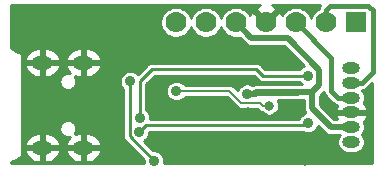
<source format=gbr>
G04 #@! TF.GenerationSoftware,KiCad,Pcbnew,5.1.5-52549c5~84~ubuntu19.10.1*
G04 #@! TF.CreationDate,2020-03-27T11:31:54+02:00*
G04 #@! TF.ProjectId,ESP-PROG_Rev.C,4553502d-5052-44f4-975f-5265762e432e,rev?*
G04 #@! TF.SameCoordinates,Original*
G04 #@! TF.FileFunction,Copper,L2,Bot*
G04 #@! TF.FilePolarity,Positive*
%FSLAX46Y46*%
G04 Gerber Fmt 4.6, Leading zero omitted, Abs format (unit mm)*
G04 Created by KiCad (PCBNEW 5.1.5-52549c5~84~ubuntu19.10.1) date 2020-03-27 11:31:54*
%MOMM*%
%LPD*%
G04 APERTURE LIST*
%ADD10C,1.778000*%
%ADD11R,1.778000X1.778000*%
%ADD12O,1.800000X1.200000*%
%ADD13O,1.500000X1.000000*%
%ADD14C,0.800000*%
%ADD15C,0.900000*%
%ADD16C,0.203200*%
%ADD17C,0.508000*%
%ADD18C,0.381000*%
%ADD19C,0.254000*%
G04 APERTURE END LIST*
D10*
X128550000Y-93000000D03*
X131090000Y-93000000D03*
X133630000Y-93000000D03*
D11*
X143790000Y-93000000D03*
D10*
X141250000Y-93000000D03*
X138710000Y-93000000D03*
X136170000Y-93000000D03*
D12*
X117250000Y-96400000D03*
X120720000Y-96400000D03*
X120720000Y-103600000D03*
X117250000Y-103600000D03*
D13*
X143400000Y-103125000D03*
X143400000Y-101875000D03*
X143400000Y-100625000D03*
X143400000Y-99375000D03*
X143400000Y-98125000D03*
X143400000Y-96875000D03*
D14*
X135750000Y-102850000D03*
D15*
X126500000Y-99200000D03*
X123300000Y-98600000D03*
X142300000Y-104000000D03*
X123300000Y-101300000D03*
X128900000Y-100800000D03*
X130580000Y-100910000D03*
D14*
X134660000Y-100580000D03*
D15*
X130750000Y-103600000D03*
D14*
X139450000Y-104700000D03*
X136450000Y-100050000D03*
D15*
X128600000Y-98800000D03*
X126700000Y-104700000D03*
X124700000Y-98000000D03*
X134600000Y-99045200D03*
X139754800Y-101500000D03*
X125400000Y-102300000D03*
X125500000Y-101100000D03*
X139700000Y-97500000D03*
D16*
X136450000Y-100050000D02*
X135884315Y-100050000D01*
X135884315Y-100050000D02*
X135644315Y-99810000D01*
X133080000Y-98800000D02*
X134090000Y-99810000D01*
X128600000Y-98800000D02*
X133080000Y-98800000D01*
X135644315Y-99810000D02*
X134090000Y-99810000D01*
D17*
X134950801Y-94320801D02*
X138020801Y-94320801D01*
X138020801Y-94320801D02*
X140700000Y-97000000D01*
X140700000Y-97000000D02*
X140700000Y-98300000D01*
X133630000Y-93000000D02*
X134950801Y-94320801D01*
X140700000Y-98300000D02*
X140081801Y-98918199D01*
X141675000Y-101875000D02*
X143400000Y-101875000D01*
X140081801Y-98918199D02*
X140081801Y-100281801D01*
X140081801Y-100281801D02*
X141675000Y-101875000D01*
X140081801Y-98918199D02*
X135363397Y-98918199D01*
X135363397Y-98918199D02*
X135236396Y-99045200D01*
X135236396Y-99045200D02*
X134600000Y-99045200D01*
D18*
X135236396Y-99045200D02*
X135299897Y-98981699D01*
X135299897Y-98981699D02*
X138781699Y-98981699D01*
D19*
X126700000Y-104700000D02*
X124645199Y-102645199D01*
X124645199Y-98054801D02*
X124700000Y-98000000D01*
X124645199Y-102645199D02*
X124645199Y-98054801D01*
D18*
X142269000Y-99375000D02*
X141700000Y-98806000D01*
X143400000Y-99375000D02*
X142269000Y-99375000D01*
X141700000Y-98806000D02*
X141700000Y-96000000D01*
X141700000Y-96000000D02*
X141710000Y-96000000D01*
X141710000Y-96000000D02*
X138710000Y-93000000D01*
X145200000Y-91969058D02*
X145200000Y-97200000D01*
X144830942Y-91600000D02*
X145200000Y-91969058D01*
X141600000Y-91600000D02*
X144830942Y-91600000D01*
X141250000Y-93000000D02*
X141250000Y-91950000D01*
X141250000Y-91950000D02*
X141600000Y-91600000D01*
X145200000Y-97200000D02*
X144275000Y-98125000D01*
X144275000Y-98125000D02*
X143400000Y-98125000D01*
D19*
X139554800Y-101700000D02*
X126000000Y-101700000D01*
X139754800Y-101500000D02*
X139554800Y-101700000D01*
X126000000Y-101700000D02*
X125400000Y-102300000D01*
X135900000Y-97500000D02*
X139700000Y-97500000D01*
X135354745Y-96954745D02*
X135900000Y-97500000D01*
X126528149Y-96954745D02*
X135354745Y-96954745D01*
X125500000Y-101100000D02*
X125500000Y-97982894D01*
X125500000Y-97982894D02*
X126528149Y-96954745D01*
G36*
X145191200Y-104941200D02*
G01*
X127551098Y-104941200D01*
X127581800Y-104786850D01*
X127581800Y-104613150D01*
X127547913Y-104442788D01*
X127481441Y-104282311D01*
X127384939Y-104137885D01*
X127262115Y-104015061D01*
X127117689Y-103918559D01*
X126957212Y-103852087D01*
X126786850Y-103818200D01*
X126613150Y-103818200D01*
X126609240Y-103818978D01*
X125850068Y-103059806D01*
X125962115Y-102984939D01*
X126084939Y-102862115D01*
X126181441Y-102717689D01*
X126247913Y-102557212D01*
X126281800Y-102386850D01*
X126281800Y-102258800D01*
X139303226Y-102258800D01*
X139337111Y-102281441D01*
X139497588Y-102347913D01*
X139667950Y-102381800D01*
X139841650Y-102381800D01*
X140012012Y-102347913D01*
X140172489Y-102281441D01*
X140316915Y-102184939D01*
X140439739Y-102062115D01*
X140536241Y-101917689D01*
X140598212Y-101768079D01*
X141166242Y-102336109D01*
X141187720Y-102362280D01*
X141292147Y-102447981D01*
X141411286Y-102511662D01*
X141540560Y-102550877D01*
X141641311Y-102560800D01*
X141641314Y-102560800D01*
X141675000Y-102564118D01*
X141708686Y-102560800D01*
X142407610Y-102560800D01*
X142371488Y-102604815D01*
X142284964Y-102766690D01*
X142231683Y-102942335D01*
X142213692Y-103125000D01*
X142231683Y-103307665D01*
X142284964Y-103483310D01*
X142371488Y-103645185D01*
X142487930Y-103787070D01*
X142629815Y-103903512D01*
X142791690Y-103990036D01*
X142967335Y-104043317D01*
X143104230Y-104056800D01*
X143695770Y-104056800D01*
X143832665Y-104043317D01*
X144008310Y-103990036D01*
X144170185Y-103903512D01*
X144312070Y-103787070D01*
X144428512Y-103645185D01*
X144515036Y-103483310D01*
X144568317Y-103307665D01*
X144586308Y-103125000D01*
X144568317Y-102942335D01*
X144515036Y-102766690D01*
X144428512Y-102604815D01*
X144342493Y-102500000D01*
X144428512Y-102395185D01*
X144515036Y-102233310D01*
X144568317Y-102057665D01*
X144586308Y-101875000D01*
X144568317Y-101692335D01*
X144515036Y-101516690D01*
X144467054Y-101426923D01*
X144501483Y-101395675D01*
X144635473Y-101214751D01*
X144731592Y-101011163D01*
X144744119Y-100926874D01*
X144617954Y-100752000D01*
X143527000Y-100752000D01*
X143527000Y-100772000D01*
X143273000Y-100772000D01*
X143273000Y-100752000D01*
X142182046Y-100752000D01*
X142055881Y-100926874D01*
X142068408Y-101011163D01*
X142152464Y-101189200D01*
X141959067Y-101189200D01*
X140767601Y-99997734D01*
X140767601Y-99202266D01*
X141082685Y-98887183D01*
X141086704Y-98927991D01*
X141122288Y-99045295D01*
X141128438Y-99056800D01*
X141180073Y-99153404D01*
X141184377Y-99158648D01*
X141257838Y-99248162D01*
X141281593Y-99267657D01*
X141807347Y-99793412D01*
X141826838Y-99817162D01*
X141860624Y-99844889D01*
X141921595Y-99894927D01*
X141981600Y-99927000D01*
X142029704Y-99952712D01*
X142147008Y-99988296D01*
X142195745Y-99993096D01*
X142164527Y-100035249D01*
X142068408Y-100238837D01*
X142055881Y-100323126D01*
X142182046Y-100498000D01*
X143273000Y-100498000D01*
X143273000Y-100478000D01*
X143527000Y-100478000D01*
X143527000Y-100498000D01*
X144617954Y-100498000D01*
X144744119Y-100323126D01*
X144731592Y-100238837D01*
X144635473Y-100035249D01*
X144501483Y-99854325D01*
X144467054Y-99823077D01*
X144515036Y-99733310D01*
X144568317Y-99557665D01*
X144586308Y-99375000D01*
X144568317Y-99192335D01*
X144515036Y-99016690D01*
X144428512Y-98854815D01*
X144342493Y-98750000D01*
X144348150Y-98743106D01*
X144396992Y-98738296D01*
X144514296Y-98702712D01*
X144622404Y-98644927D01*
X144717162Y-98567162D01*
X144736657Y-98543407D01*
X145191201Y-98088864D01*
X145191200Y-104941200D01*
G37*
X145191200Y-104941200D02*
X127551098Y-104941200D01*
X127581800Y-104786850D01*
X127581800Y-104613150D01*
X127547913Y-104442788D01*
X127481441Y-104282311D01*
X127384939Y-104137885D01*
X127262115Y-104015061D01*
X127117689Y-103918559D01*
X126957212Y-103852087D01*
X126786850Y-103818200D01*
X126613150Y-103818200D01*
X126609240Y-103818978D01*
X125850068Y-103059806D01*
X125962115Y-102984939D01*
X126084939Y-102862115D01*
X126181441Y-102717689D01*
X126247913Y-102557212D01*
X126281800Y-102386850D01*
X126281800Y-102258800D01*
X139303226Y-102258800D01*
X139337111Y-102281441D01*
X139497588Y-102347913D01*
X139667950Y-102381800D01*
X139841650Y-102381800D01*
X140012012Y-102347913D01*
X140172489Y-102281441D01*
X140316915Y-102184939D01*
X140439739Y-102062115D01*
X140536241Y-101917689D01*
X140598212Y-101768079D01*
X141166242Y-102336109D01*
X141187720Y-102362280D01*
X141292147Y-102447981D01*
X141411286Y-102511662D01*
X141540560Y-102550877D01*
X141641311Y-102560800D01*
X141641314Y-102560800D01*
X141675000Y-102564118D01*
X141708686Y-102560800D01*
X142407610Y-102560800D01*
X142371488Y-102604815D01*
X142284964Y-102766690D01*
X142231683Y-102942335D01*
X142213692Y-103125000D01*
X142231683Y-103307665D01*
X142284964Y-103483310D01*
X142371488Y-103645185D01*
X142487930Y-103787070D01*
X142629815Y-103903512D01*
X142791690Y-103990036D01*
X142967335Y-104043317D01*
X143104230Y-104056800D01*
X143695770Y-104056800D01*
X143832665Y-104043317D01*
X144008310Y-103990036D01*
X144170185Y-103903512D01*
X144312070Y-103787070D01*
X144428512Y-103645185D01*
X144515036Y-103483310D01*
X144568317Y-103307665D01*
X144586308Y-103125000D01*
X144568317Y-102942335D01*
X144515036Y-102766690D01*
X144428512Y-102604815D01*
X144342493Y-102500000D01*
X144428512Y-102395185D01*
X144515036Y-102233310D01*
X144568317Y-102057665D01*
X144586308Y-101875000D01*
X144568317Y-101692335D01*
X144515036Y-101516690D01*
X144467054Y-101426923D01*
X144501483Y-101395675D01*
X144635473Y-101214751D01*
X144731592Y-101011163D01*
X144744119Y-100926874D01*
X144617954Y-100752000D01*
X143527000Y-100752000D01*
X143527000Y-100772000D01*
X143273000Y-100772000D01*
X143273000Y-100752000D01*
X142182046Y-100752000D01*
X142055881Y-100926874D01*
X142068408Y-101011163D01*
X142152464Y-101189200D01*
X141959067Y-101189200D01*
X140767601Y-99997734D01*
X140767601Y-99202266D01*
X141082685Y-98887183D01*
X141086704Y-98927991D01*
X141122288Y-99045295D01*
X141128438Y-99056800D01*
X141180073Y-99153404D01*
X141184377Y-99158648D01*
X141257838Y-99248162D01*
X141281593Y-99267657D01*
X141807347Y-99793412D01*
X141826838Y-99817162D01*
X141860624Y-99844889D01*
X141921595Y-99894927D01*
X141981600Y-99927000D01*
X142029704Y-99952712D01*
X142147008Y-99988296D01*
X142195745Y-99993096D01*
X142164527Y-100035249D01*
X142068408Y-100238837D01*
X142055881Y-100323126D01*
X142182046Y-100498000D01*
X143273000Y-100498000D01*
X143273000Y-100478000D01*
X143527000Y-100478000D01*
X143527000Y-100498000D01*
X144617954Y-100498000D01*
X144744119Y-100323126D01*
X144731592Y-100238837D01*
X144635473Y-100035249D01*
X144501483Y-99854325D01*
X144467054Y-99823077D01*
X144515036Y-99733310D01*
X144568317Y-99557665D01*
X144586308Y-99375000D01*
X144568317Y-99192335D01*
X144515036Y-99016690D01*
X144428512Y-98854815D01*
X144342493Y-98750000D01*
X144348150Y-98743106D01*
X144396992Y-98738296D01*
X144514296Y-98702712D01*
X144622404Y-98644927D01*
X144717162Y-98567162D01*
X144736657Y-98543407D01*
X145191201Y-98088864D01*
X145191200Y-104941200D01*
G36*
X135522641Y-91612184D02*
G01*
X135375727Y-91690711D01*
X135293374Y-91943769D01*
X136170000Y-92820395D01*
X137046626Y-91943769D01*
X136964273Y-91690711D01*
X136693582Y-91560914D01*
X136685329Y-91558800D01*
X140766016Y-91558800D01*
X140730073Y-91602596D01*
X140672289Y-91710704D01*
X140637953Y-91823894D01*
X140624366Y-91829522D01*
X140408039Y-91974067D01*
X140224067Y-92158039D01*
X140079522Y-92374366D01*
X139980000Y-92614633D01*
X139880478Y-92374366D01*
X139735933Y-92158039D01*
X139551961Y-91974067D01*
X139335634Y-91829522D01*
X139095263Y-91729957D01*
X138840087Y-91679200D01*
X138579913Y-91679200D01*
X138324737Y-91729957D01*
X138084366Y-91829522D01*
X137868039Y-91974067D01*
X137684067Y-92158039D01*
X137556137Y-92349500D01*
X137479289Y-92205727D01*
X137226231Y-92123374D01*
X136349605Y-93000000D01*
X136363748Y-93014143D01*
X136184143Y-93193748D01*
X136170000Y-93179605D01*
X136155858Y-93193748D01*
X135976253Y-93014143D01*
X135990395Y-93000000D01*
X135113769Y-92123374D01*
X134860711Y-92205727D01*
X134788467Y-92356391D01*
X134655933Y-92158039D01*
X134471961Y-91974067D01*
X134255634Y-91829522D01*
X134015263Y-91729957D01*
X133760087Y-91679200D01*
X133499913Y-91679200D01*
X133244737Y-91729957D01*
X133004366Y-91829522D01*
X132788039Y-91974067D01*
X132604067Y-92158039D01*
X132459522Y-92374366D01*
X132360000Y-92614633D01*
X132260478Y-92374366D01*
X132115933Y-92158039D01*
X131931961Y-91974067D01*
X131715634Y-91829522D01*
X131475263Y-91729957D01*
X131220087Y-91679200D01*
X130959913Y-91679200D01*
X130704737Y-91729957D01*
X130464366Y-91829522D01*
X130248039Y-91974067D01*
X130064067Y-92158039D01*
X129919522Y-92374366D01*
X129820000Y-92614633D01*
X129720478Y-92374366D01*
X129575933Y-92158039D01*
X129391961Y-91974067D01*
X129175634Y-91829522D01*
X128935263Y-91729957D01*
X128680087Y-91679200D01*
X128419913Y-91679200D01*
X128164737Y-91729957D01*
X127924366Y-91829522D01*
X127708039Y-91974067D01*
X127524067Y-92158039D01*
X127379522Y-92374366D01*
X127279957Y-92614737D01*
X127229200Y-92869913D01*
X127229200Y-93130087D01*
X127279957Y-93385263D01*
X127379522Y-93625634D01*
X127524067Y-93841961D01*
X127708039Y-94025933D01*
X127924366Y-94170478D01*
X128164737Y-94270043D01*
X128419913Y-94320800D01*
X128680087Y-94320800D01*
X128935263Y-94270043D01*
X129175634Y-94170478D01*
X129391961Y-94025933D01*
X129575933Y-93841961D01*
X129720478Y-93625634D01*
X129820000Y-93385367D01*
X129919522Y-93625634D01*
X130064067Y-93841961D01*
X130248039Y-94025933D01*
X130464366Y-94170478D01*
X130704737Y-94270043D01*
X130959913Y-94320800D01*
X131220087Y-94320800D01*
X131475263Y-94270043D01*
X131715634Y-94170478D01*
X131931961Y-94025933D01*
X132115933Y-93841961D01*
X132260478Y-93625634D01*
X132360000Y-93385367D01*
X132459522Y-93625634D01*
X132604067Y-93841961D01*
X132788039Y-94025933D01*
X133004366Y-94170478D01*
X133244737Y-94270043D01*
X133499913Y-94320800D01*
X133760087Y-94320800D01*
X133944293Y-94284160D01*
X134442043Y-94781910D01*
X134463521Y-94808081D01*
X134567948Y-94893782D01*
X134687087Y-94957463D01*
X134816361Y-94996678D01*
X134917112Y-95006601D01*
X134917115Y-95006601D01*
X134950801Y-95009919D01*
X134984487Y-95006601D01*
X137736734Y-95006601D01*
X139399960Y-96669827D01*
X139282311Y-96718559D01*
X139137885Y-96815061D01*
X139015061Y-96937885D01*
X139012846Y-96941200D01*
X136131463Y-96941200D01*
X135769288Y-96579025D01*
X135751788Y-96557702D01*
X135666699Y-96487872D01*
X135569623Y-96435984D01*
X135464289Y-96404031D01*
X135382189Y-96395945D01*
X135382187Y-96395945D01*
X135354745Y-96393242D01*
X135327303Y-96395945D01*
X126555590Y-96395945D01*
X126528148Y-96393242D01*
X126500706Y-96395945D01*
X126500705Y-96395945D01*
X126418605Y-96404031D01*
X126313271Y-96435984D01*
X126216195Y-96487872D01*
X126131106Y-96557702D01*
X126113606Y-96579026D01*
X125319843Y-97372789D01*
X125262115Y-97315061D01*
X125117689Y-97218559D01*
X124957212Y-97152087D01*
X124786850Y-97118200D01*
X124613150Y-97118200D01*
X124442788Y-97152087D01*
X124282311Y-97218559D01*
X124137885Y-97315061D01*
X124015061Y-97437885D01*
X123918559Y-97582311D01*
X123852087Y-97742788D01*
X123818200Y-97913150D01*
X123818200Y-98086850D01*
X123852087Y-98257212D01*
X123918559Y-98417689D01*
X124015061Y-98562115D01*
X124086400Y-98633454D01*
X124086399Y-102617757D01*
X124083696Y-102645199D01*
X124086399Y-102672641D01*
X124086399Y-102672642D01*
X124094485Y-102754742D01*
X124126438Y-102860076D01*
X124178326Y-102957153D01*
X124248156Y-103042242D01*
X124269480Y-103059742D01*
X125818978Y-104609240D01*
X125818200Y-104613150D01*
X125818200Y-104786850D01*
X125848902Y-104941200D01*
X114558800Y-104941200D01*
X114558800Y-104845357D01*
X115207542Y-104520986D01*
X115214878Y-104518761D01*
X115256679Y-104496418D01*
X115274449Y-104487533D01*
X115280906Y-104483468D01*
X115311954Y-104466873D01*
X115327377Y-104454215D01*
X115344265Y-104443585D01*
X115369825Y-104419380D01*
X115397043Y-104397043D01*
X115409705Y-104381614D01*
X115424189Y-104367898D01*
X115444535Y-104339173D01*
X115466873Y-104311954D01*
X115476279Y-104294356D01*
X115487812Y-104278074D01*
X115502167Y-104245923D01*
X115518761Y-104214878D01*
X115524552Y-104195789D01*
X115532689Y-104177564D01*
X115540495Y-104143231D01*
X115550714Y-104109544D01*
X115552670Y-104089681D01*
X115557093Y-104070229D01*
X115558051Y-104035046D01*
X115558800Y-104027444D01*
X115558800Y-104007558D01*
X115560090Y-103960196D01*
X115558800Y-103952641D01*
X115558800Y-103917609D01*
X115756538Y-103917609D01*
X115760409Y-103955282D01*
X115852579Y-104180533D01*
X115986922Y-104383474D01*
X116158275Y-104556307D01*
X116360054Y-104692390D01*
X116584504Y-104786493D01*
X116823000Y-104835000D01*
X117123000Y-104835000D01*
X117123000Y-103727000D01*
X117377000Y-103727000D01*
X117377000Y-104835000D01*
X117677000Y-104835000D01*
X117915496Y-104786493D01*
X118139946Y-104692390D01*
X118341725Y-104556307D01*
X118513078Y-104383474D01*
X118647421Y-104180533D01*
X118739591Y-103955282D01*
X118743462Y-103917609D01*
X119226538Y-103917609D01*
X119230409Y-103955282D01*
X119322579Y-104180533D01*
X119456922Y-104383474D01*
X119628275Y-104556307D01*
X119830054Y-104692390D01*
X120054504Y-104786493D01*
X120293000Y-104835000D01*
X120593000Y-104835000D01*
X120593000Y-103727000D01*
X120847000Y-103727000D01*
X120847000Y-104835000D01*
X121147000Y-104835000D01*
X121385496Y-104786493D01*
X121609946Y-104692390D01*
X121811725Y-104556307D01*
X121983078Y-104383474D01*
X122117421Y-104180533D01*
X122209591Y-103955282D01*
X122213462Y-103917609D01*
X122088731Y-103727000D01*
X120847000Y-103727000D01*
X120593000Y-103727000D01*
X119351269Y-103727000D01*
X119226538Y-103917609D01*
X118743462Y-103917609D01*
X118618731Y-103727000D01*
X117377000Y-103727000D01*
X117123000Y-103727000D01*
X115881269Y-103727000D01*
X115756538Y-103917609D01*
X115558800Y-103917609D01*
X115558800Y-103282391D01*
X115756538Y-103282391D01*
X115881269Y-103473000D01*
X117123000Y-103473000D01*
X117123000Y-102365000D01*
X117377000Y-102365000D01*
X117377000Y-103473000D01*
X118618731Y-103473000D01*
X118743462Y-103282391D01*
X118739591Y-103244718D01*
X118647421Y-103019467D01*
X118513078Y-102816526D01*
X118341725Y-102643693D01*
X118139946Y-102507610D01*
X117915496Y-102413507D01*
X117677000Y-102365000D01*
X117377000Y-102365000D01*
X117123000Y-102365000D01*
X116823000Y-102365000D01*
X116584504Y-102413507D01*
X116360054Y-102507610D01*
X116158275Y-102643693D01*
X115986922Y-102816526D01*
X115852579Y-103019467D01*
X115760409Y-103244718D01*
X115756538Y-103282391D01*
X115558800Y-103282391D01*
X115558800Y-101927924D01*
X118668200Y-101927924D01*
X118668200Y-102072076D01*
X118696323Y-102213458D01*
X118751487Y-102346637D01*
X118831574Y-102466495D01*
X118933505Y-102568426D01*
X119053363Y-102648513D01*
X119186542Y-102703677D01*
X119327924Y-102731800D01*
X119472076Y-102731800D01*
X119557835Y-102714741D01*
X119456922Y-102816526D01*
X119322579Y-103019467D01*
X119230409Y-103244718D01*
X119226538Y-103282391D01*
X119351269Y-103473000D01*
X120593000Y-103473000D01*
X120593000Y-102365000D01*
X120847000Y-102365000D01*
X120847000Y-103473000D01*
X122088731Y-103473000D01*
X122213462Y-103282391D01*
X122209591Y-103244718D01*
X122117421Y-103019467D01*
X121983078Y-102816526D01*
X121811725Y-102643693D01*
X121609946Y-102507610D01*
X121385496Y-102413507D01*
X121147000Y-102365000D01*
X120847000Y-102365000D01*
X120593000Y-102365000D01*
X120293000Y-102365000D01*
X120054504Y-102413507D01*
X119984112Y-102443020D01*
X120048513Y-102346637D01*
X120103677Y-102213458D01*
X120131800Y-102072076D01*
X120131800Y-101927924D01*
X120103677Y-101786542D01*
X120048513Y-101653363D01*
X119968426Y-101533505D01*
X119866495Y-101431574D01*
X119746637Y-101351487D01*
X119613458Y-101296323D01*
X119472076Y-101268200D01*
X119327924Y-101268200D01*
X119186542Y-101296323D01*
X119053363Y-101351487D01*
X118933505Y-101431574D01*
X118831574Y-101533505D01*
X118751487Y-101653363D01*
X118696323Y-101786542D01*
X118668200Y-101927924D01*
X115558800Y-101927924D01*
X115558800Y-97927924D01*
X118668200Y-97927924D01*
X118668200Y-98072076D01*
X118696323Y-98213458D01*
X118751487Y-98346637D01*
X118831574Y-98466495D01*
X118933505Y-98568426D01*
X119053363Y-98648513D01*
X119186542Y-98703677D01*
X119327924Y-98731800D01*
X119472076Y-98731800D01*
X119613458Y-98703677D01*
X119746637Y-98648513D01*
X119866495Y-98568426D01*
X119968426Y-98466495D01*
X120048513Y-98346637D01*
X120103677Y-98213458D01*
X120131800Y-98072076D01*
X120131800Y-97927924D01*
X120103677Y-97786542D01*
X120048513Y-97653363D01*
X119984112Y-97556980D01*
X120054504Y-97586493D01*
X120293000Y-97635000D01*
X120593000Y-97635000D01*
X120593000Y-96527000D01*
X120847000Y-96527000D01*
X120847000Y-97635000D01*
X121147000Y-97635000D01*
X121385496Y-97586493D01*
X121609946Y-97492390D01*
X121811725Y-97356307D01*
X121983078Y-97183474D01*
X122117421Y-96980533D01*
X122209591Y-96755282D01*
X122213462Y-96717609D01*
X122088731Y-96527000D01*
X120847000Y-96527000D01*
X120593000Y-96527000D01*
X119351269Y-96527000D01*
X119226538Y-96717609D01*
X119230409Y-96755282D01*
X119322579Y-96980533D01*
X119456922Y-97183474D01*
X119557835Y-97285259D01*
X119472076Y-97268200D01*
X119327924Y-97268200D01*
X119186542Y-97296323D01*
X119053363Y-97351487D01*
X118933505Y-97431574D01*
X118831574Y-97533505D01*
X118751487Y-97653363D01*
X118696323Y-97786542D01*
X118668200Y-97927924D01*
X115558800Y-97927924D01*
X115558800Y-96717609D01*
X115756538Y-96717609D01*
X115760409Y-96755282D01*
X115852579Y-96980533D01*
X115986922Y-97183474D01*
X116158275Y-97356307D01*
X116360054Y-97492390D01*
X116584504Y-97586493D01*
X116823000Y-97635000D01*
X117123000Y-97635000D01*
X117123000Y-96527000D01*
X117377000Y-96527000D01*
X117377000Y-97635000D01*
X117677000Y-97635000D01*
X117915496Y-97586493D01*
X118139946Y-97492390D01*
X118341725Y-97356307D01*
X118513078Y-97183474D01*
X118647421Y-96980533D01*
X118739591Y-96755282D01*
X118743462Y-96717609D01*
X118618731Y-96527000D01*
X117377000Y-96527000D01*
X117123000Y-96527000D01*
X115881269Y-96527000D01*
X115756538Y-96717609D01*
X115558800Y-96717609D01*
X115558800Y-96082391D01*
X115756538Y-96082391D01*
X115881269Y-96273000D01*
X117123000Y-96273000D01*
X117123000Y-95165000D01*
X117377000Y-95165000D01*
X117377000Y-96273000D01*
X118618731Y-96273000D01*
X118743462Y-96082391D01*
X119226538Y-96082391D01*
X119351269Y-96273000D01*
X120593000Y-96273000D01*
X120593000Y-95165000D01*
X120847000Y-95165000D01*
X120847000Y-96273000D01*
X122088731Y-96273000D01*
X122213462Y-96082391D01*
X122209591Y-96044718D01*
X122117421Y-95819467D01*
X121983078Y-95616526D01*
X121811725Y-95443693D01*
X121609946Y-95307610D01*
X121385496Y-95213507D01*
X121147000Y-95165000D01*
X120847000Y-95165000D01*
X120593000Y-95165000D01*
X120293000Y-95165000D01*
X120054504Y-95213507D01*
X119830054Y-95307610D01*
X119628275Y-95443693D01*
X119456922Y-95616526D01*
X119322579Y-95819467D01*
X119230409Y-96044718D01*
X119226538Y-96082391D01*
X118743462Y-96082391D01*
X118739591Y-96044718D01*
X118647421Y-95819467D01*
X118513078Y-95616526D01*
X118341725Y-95443693D01*
X118139946Y-95307610D01*
X117915496Y-95213507D01*
X117677000Y-95165000D01*
X117377000Y-95165000D01*
X117123000Y-95165000D01*
X116823000Y-95165000D01*
X116584504Y-95213507D01*
X116360054Y-95307610D01*
X116158275Y-95443693D01*
X115986922Y-95616526D01*
X115852579Y-95819467D01*
X115760409Y-96044718D01*
X115756538Y-96082391D01*
X115558800Y-96082391D01*
X115558800Y-96047359D01*
X115560090Y-96039804D01*
X115558800Y-95992442D01*
X115558800Y-95972556D01*
X115558051Y-95964954D01*
X115557093Y-95929771D01*
X115552670Y-95910319D01*
X115550714Y-95890456D01*
X115540495Y-95856769D01*
X115532689Y-95822436D01*
X115524552Y-95804211D01*
X115518761Y-95785122D01*
X115502167Y-95754077D01*
X115487812Y-95721926D01*
X115476279Y-95705644D01*
X115466873Y-95688046D01*
X115444535Y-95660827D01*
X115424189Y-95632102D01*
X115409705Y-95618386D01*
X115397043Y-95602957D01*
X115369825Y-95580620D01*
X115344265Y-95556415D01*
X115327377Y-95545785D01*
X115311954Y-95533127D01*
X115280908Y-95516533D01*
X115274449Y-95512467D01*
X115256670Y-95503578D01*
X115214877Y-95481239D01*
X115207544Y-95479015D01*
X114558800Y-95154643D01*
X114558800Y-91558800D01*
X135674384Y-91558800D01*
X135522641Y-91612184D01*
G37*
X135522641Y-91612184D02*
X135375727Y-91690711D01*
X135293374Y-91943769D01*
X136170000Y-92820395D01*
X137046626Y-91943769D01*
X136964273Y-91690711D01*
X136693582Y-91560914D01*
X136685329Y-91558800D01*
X140766016Y-91558800D01*
X140730073Y-91602596D01*
X140672289Y-91710704D01*
X140637953Y-91823894D01*
X140624366Y-91829522D01*
X140408039Y-91974067D01*
X140224067Y-92158039D01*
X140079522Y-92374366D01*
X139980000Y-92614633D01*
X139880478Y-92374366D01*
X139735933Y-92158039D01*
X139551961Y-91974067D01*
X139335634Y-91829522D01*
X139095263Y-91729957D01*
X138840087Y-91679200D01*
X138579913Y-91679200D01*
X138324737Y-91729957D01*
X138084366Y-91829522D01*
X137868039Y-91974067D01*
X137684067Y-92158039D01*
X137556137Y-92349500D01*
X137479289Y-92205727D01*
X137226231Y-92123374D01*
X136349605Y-93000000D01*
X136363748Y-93014143D01*
X136184143Y-93193748D01*
X136170000Y-93179605D01*
X136155858Y-93193748D01*
X135976253Y-93014143D01*
X135990395Y-93000000D01*
X135113769Y-92123374D01*
X134860711Y-92205727D01*
X134788467Y-92356391D01*
X134655933Y-92158039D01*
X134471961Y-91974067D01*
X134255634Y-91829522D01*
X134015263Y-91729957D01*
X133760087Y-91679200D01*
X133499913Y-91679200D01*
X133244737Y-91729957D01*
X133004366Y-91829522D01*
X132788039Y-91974067D01*
X132604067Y-92158039D01*
X132459522Y-92374366D01*
X132360000Y-92614633D01*
X132260478Y-92374366D01*
X132115933Y-92158039D01*
X131931961Y-91974067D01*
X131715634Y-91829522D01*
X131475263Y-91729957D01*
X131220087Y-91679200D01*
X130959913Y-91679200D01*
X130704737Y-91729957D01*
X130464366Y-91829522D01*
X130248039Y-91974067D01*
X130064067Y-92158039D01*
X129919522Y-92374366D01*
X129820000Y-92614633D01*
X129720478Y-92374366D01*
X129575933Y-92158039D01*
X129391961Y-91974067D01*
X129175634Y-91829522D01*
X128935263Y-91729957D01*
X128680087Y-91679200D01*
X128419913Y-91679200D01*
X128164737Y-91729957D01*
X127924366Y-91829522D01*
X127708039Y-91974067D01*
X127524067Y-92158039D01*
X127379522Y-92374366D01*
X127279957Y-92614737D01*
X127229200Y-92869913D01*
X127229200Y-93130087D01*
X127279957Y-93385263D01*
X127379522Y-93625634D01*
X127524067Y-93841961D01*
X127708039Y-94025933D01*
X127924366Y-94170478D01*
X128164737Y-94270043D01*
X128419913Y-94320800D01*
X128680087Y-94320800D01*
X128935263Y-94270043D01*
X129175634Y-94170478D01*
X129391961Y-94025933D01*
X129575933Y-93841961D01*
X129720478Y-93625634D01*
X129820000Y-93385367D01*
X129919522Y-93625634D01*
X130064067Y-93841961D01*
X130248039Y-94025933D01*
X130464366Y-94170478D01*
X130704737Y-94270043D01*
X130959913Y-94320800D01*
X131220087Y-94320800D01*
X131475263Y-94270043D01*
X131715634Y-94170478D01*
X131931961Y-94025933D01*
X132115933Y-93841961D01*
X132260478Y-93625634D01*
X132360000Y-93385367D01*
X132459522Y-93625634D01*
X132604067Y-93841961D01*
X132788039Y-94025933D01*
X133004366Y-94170478D01*
X133244737Y-94270043D01*
X133499913Y-94320800D01*
X133760087Y-94320800D01*
X133944293Y-94284160D01*
X134442043Y-94781910D01*
X134463521Y-94808081D01*
X134567948Y-94893782D01*
X134687087Y-94957463D01*
X134816361Y-94996678D01*
X134917112Y-95006601D01*
X134917115Y-95006601D01*
X134950801Y-95009919D01*
X134984487Y-95006601D01*
X137736734Y-95006601D01*
X139399960Y-96669827D01*
X139282311Y-96718559D01*
X139137885Y-96815061D01*
X139015061Y-96937885D01*
X139012846Y-96941200D01*
X136131463Y-96941200D01*
X135769288Y-96579025D01*
X135751788Y-96557702D01*
X135666699Y-96487872D01*
X135569623Y-96435984D01*
X135464289Y-96404031D01*
X135382189Y-96395945D01*
X135382187Y-96395945D01*
X135354745Y-96393242D01*
X135327303Y-96395945D01*
X126555590Y-96395945D01*
X126528148Y-96393242D01*
X126500706Y-96395945D01*
X126500705Y-96395945D01*
X126418605Y-96404031D01*
X126313271Y-96435984D01*
X126216195Y-96487872D01*
X126131106Y-96557702D01*
X126113606Y-96579026D01*
X125319843Y-97372789D01*
X125262115Y-97315061D01*
X125117689Y-97218559D01*
X124957212Y-97152087D01*
X124786850Y-97118200D01*
X124613150Y-97118200D01*
X124442788Y-97152087D01*
X124282311Y-97218559D01*
X124137885Y-97315061D01*
X124015061Y-97437885D01*
X123918559Y-97582311D01*
X123852087Y-97742788D01*
X123818200Y-97913150D01*
X123818200Y-98086850D01*
X123852087Y-98257212D01*
X123918559Y-98417689D01*
X124015061Y-98562115D01*
X124086400Y-98633454D01*
X124086399Y-102617757D01*
X124083696Y-102645199D01*
X124086399Y-102672641D01*
X124086399Y-102672642D01*
X124094485Y-102754742D01*
X124126438Y-102860076D01*
X124178326Y-102957153D01*
X124248156Y-103042242D01*
X124269480Y-103059742D01*
X125818978Y-104609240D01*
X125818200Y-104613150D01*
X125818200Y-104786850D01*
X125848902Y-104941200D01*
X114558800Y-104941200D01*
X114558800Y-104845357D01*
X115207542Y-104520986D01*
X115214878Y-104518761D01*
X115256679Y-104496418D01*
X115274449Y-104487533D01*
X115280906Y-104483468D01*
X115311954Y-104466873D01*
X115327377Y-104454215D01*
X115344265Y-104443585D01*
X115369825Y-104419380D01*
X115397043Y-104397043D01*
X115409705Y-104381614D01*
X115424189Y-104367898D01*
X115444535Y-104339173D01*
X115466873Y-104311954D01*
X115476279Y-104294356D01*
X115487812Y-104278074D01*
X115502167Y-104245923D01*
X115518761Y-104214878D01*
X115524552Y-104195789D01*
X115532689Y-104177564D01*
X115540495Y-104143231D01*
X115550714Y-104109544D01*
X115552670Y-104089681D01*
X115557093Y-104070229D01*
X115558051Y-104035046D01*
X115558800Y-104027444D01*
X115558800Y-104007558D01*
X115560090Y-103960196D01*
X115558800Y-103952641D01*
X115558800Y-103917609D01*
X115756538Y-103917609D01*
X115760409Y-103955282D01*
X115852579Y-104180533D01*
X115986922Y-104383474D01*
X116158275Y-104556307D01*
X116360054Y-104692390D01*
X116584504Y-104786493D01*
X116823000Y-104835000D01*
X117123000Y-104835000D01*
X117123000Y-103727000D01*
X117377000Y-103727000D01*
X117377000Y-104835000D01*
X117677000Y-104835000D01*
X117915496Y-104786493D01*
X118139946Y-104692390D01*
X118341725Y-104556307D01*
X118513078Y-104383474D01*
X118647421Y-104180533D01*
X118739591Y-103955282D01*
X118743462Y-103917609D01*
X119226538Y-103917609D01*
X119230409Y-103955282D01*
X119322579Y-104180533D01*
X119456922Y-104383474D01*
X119628275Y-104556307D01*
X119830054Y-104692390D01*
X120054504Y-104786493D01*
X120293000Y-104835000D01*
X120593000Y-104835000D01*
X120593000Y-103727000D01*
X120847000Y-103727000D01*
X120847000Y-104835000D01*
X121147000Y-104835000D01*
X121385496Y-104786493D01*
X121609946Y-104692390D01*
X121811725Y-104556307D01*
X121983078Y-104383474D01*
X122117421Y-104180533D01*
X122209591Y-103955282D01*
X122213462Y-103917609D01*
X122088731Y-103727000D01*
X120847000Y-103727000D01*
X120593000Y-103727000D01*
X119351269Y-103727000D01*
X119226538Y-103917609D01*
X118743462Y-103917609D01*
X118618731Y-103727000D01*
X117377000Y-103727000D01*
X117123000Y-103727000D01*
X115881269Y-103727000D01*
X115756538Y-103917609D01*
X115558800Y-103917609D01*
X115558800Y-103282391D01*
X115756538Y-103282391D01*
X115881269Y-103473000D01*
X117123000Y-103473000D01*
X117123000Y-102365000D01*
X117377000Y-102365000D01*
X117377000Y-103473000D01*
X118618731Y-103473000D01*
X118743462Y-103282391D01*
X118739591Y-103244718D01*
X118647421Y-103019467D01*
X118513078Y-102816526D01*
X118341725Y-102643693D01*
X118139946Y-102507610D01*
X117915496Y-102413507D01*
X117677000Y-102365000D01*
X117377000Y-102365000D01*
X117123000Y-102365000D01*
X116823000Y-102365000D01*
X116584504Y-102413507D01*
X116360054Y-102507610D01*
X116158275Y-102643693D01*
X115986922Y-102816526D01*
X115852579Y-103019467D01*
X115760409Y-103244718D01*
X115756538Y-103282391D01*
X115558800Y-103282391D01*
X115558800Y-101927924D01*
X118668200Y-101927924D01*
X118668200Y-102072076D01*
X118696323Y-102213458D01*
X118751487Y-102346637D01*
X118831574Y-102466495D01*
X118933505Y-102568426D01*
X119053363Y-102648513D01*
X119186542Y-102703677D01*
X119327924Y-102731800D01*
X119472076Y-102731800D01*
X119557835Y-102714741D01*
X119456922Y-102816526D01*
X119322579Y-103019467D01*
X119230409Y-103244718D01*
X119226538Y-103282391D01*
X119351269Y-103473000D01*
X120593000Y-103473000D01*
X120593000Y-102365000D01*
X120847000Y-102365000D01*
X120847000Y-103473000D01*
X122088731Y-103473000D01*
X122213462Y-103282391D01*
X122209591Y-103244718D01*
X122117421Y-103019467D01*
X121983078Y-102816526D01*
X121811725Y-102643693D01*
X121609946Y-102507610D01*
X121385496Y-102413507D01*
X121147000Y-102365000D01*
X120847000Y-102365000D01*
X120593000Y-102365000D01*
X120293000Y-102365000D01*
X120054504Y-102413507D01*
X119984112Y-102443020D01*
X120048513Y-102346637D01*
X120103677Y-102213458D01*
X120131800Y-102072076D01*
X120131800Y-101927924D01*
X120103677Y-101786542D01*
X120048513Y-101653363D01*
X119968426Y-101533505D01*
X119866495Y-101431574D01*
X119746637Y-101351487D01*
X119613458Y-101296323D01*
X119472076Y-101268200D01*
X119327924Y-101268200D01*
X119186542Y-101296323D01*
X119053363Y-101351487D01*
X118933505Y-101431574D01*
X118831574Y-101533505D01*
X118751487Y-101653363D01*
X118696323Y-101786542D01*
X118668200Y-101927924D01*
X115558800Y-101927924D01*
X115558800Y-97927924D01*
X118668200Y-97927924D01*
X118668200Y-98072076D01*
X118696323Y-98213458D01*
X118751487Y-98346637D01*
X118831574Y-98466495D01*
X118933505Y-98568426D01*
X119053363Y-98648513D01*
X119186542Y-98703677D01*
X119327924Y-98731800D01*
X119472076Y-98731800D01*
X119613458Y-98703677D01*
X119746637Y-98648513D01*
X119866495Y-98568426D01*
X119968426Y-98466495D01*
X120048513Y-98346637D01*
X120103677Y-98213458D01*
X120131800Y-98072076D01*
X120131800Y-97927924D01*
X120103677Y-97786542D01*
X120048513Y-97653363D01*
X119984112Y-97556980D01*
X120054504Y-97586493D01*
X120293000Y-97635000D01*
X120593000Y-97635000D01*
X120593000Y-96527000D01*
X120847000Y-96527000D01*
X120847000Y-97635000D01*
X121147000Y-97635000D01*
X121385496Y-97586493D01*
X121609946Y-97492390D01*
X121811725Y-97356307D01*
X121983078Y-97183474D01*
X122117421Y-96980533D01*
X122209591Y-96755282D01*
X122213462Y-96717609D01*
X122088731Y-96527000D01*
X120847000Y-96527000D01*
X120593000Y-96527000D01*
X119351269Y-96527000D01*
X119226538Y-96717609D01*
X119230409Y-96755282D01*
X119322579Y-96980533D01*
X119456922Y-97183474D01*
X119557835Y-97285259D01*
X119472076Y-97268200D01*
X119327924Y-97268200D01*
X119186542Y-97296323D01*
X119053363Y-97351487D01*
X118933505Y-97431574D01*
X118831574Y-97533505D01*
X118751487Y-97653363D01*
X118696323Y-97786542D01*
X118668200Y-97927924D01*
X115558800Y-97927924D01*
X115558800Y-96717609D01*
X115756538Y-96717609D01*
X115760409Y-96755282D01*
X115852579Y-96980533D01*
X115986922Y-97183474D01*
X116158275Y-97356307D01*
X116360054Y-97492390D01*
X116584504Y-97586493D01*
X116823000Y-97635000D01*
X117123000Y-97635000D01*
X117123000Y-96527000D01*
X117377000Y-96527000D01*
X117377000Y-97635000D01*
X117677000Y-97635000D01*
X117915496Y-97586493D01*
X118139946Y-97492390D01*
X118341725Y-97356307D01*
X118513078Y-97183474D01*
X118647421Y-96980533D01*
X118739591Y-96755282D01*
X118743462Y-96717609D01*
X118618731Y-96527000D01*
X117377000Y-96527000D01*
X117123000Y-96527000D01*
X115881269Y-96527000D01*
X115756538Y-96717609D01*
X115558800Y-96717609D01*
X115558800Y-96082391D01*
X115756538Y-96082391D01*
X115881269Y-96273000D01*
X117123000Y-96273000D01*
X117123000Y-95165000D01*
X117377000Y-95165000D01*
X117377000Y-96273000D01*
X118618731Y-96273000D01*
X118743462Y-96082391D01*
X119226538Y-96082391D01*
X119351269Y-96273000D01*
X120593000Y-96273000D01*
X120593000Y-95165000D01*
X120847000Y-95165000D01*
X120847000Y-96273000D01*
X122088731Y-96273000D01*
X122213462Y-96082391D01*
X122209591Y-96044718D01*
X122117421Y-95819467D01*
X121983078Y-95616526D01*
X121811725Y-95443693D01*
X121609946Y-95307610D01*
X121385496Y-95213507D01*
X121147000Y-95165000D01*
X120847000Y-95165000D01*
X120593000Y-95165000D01*
X120293000Y-95165000D01*
X120054504Y-95213507D01*
X119830054Y-95307610D01*
X119628275Y-95443693D01*
X119456922Y-95616526D01*
X119322579Y-95819467D01*
X119230409Y-96044718D01*
X119226538Y-96082391D01*
X118743462Y-96082391D01*
X118739591Y-96044718D01*
X118647421Y-95819467D01*
X118513078Y-95616526D01*
X118341725Y-95443693D01*
X118139946Y-95307610D01*
X117915496Y-95213507D01*
X117677000Y-95165000D01*
X117377000Y-95165000D01*
X117123000Y-95165000D01*
X116823000Y-95165000D01*
X116584504Y-95213507D01*
X116360054Y-95307610D01*
X116158275Y-95443693D01*
X115986922Y-95616526D01*
X115852579Y-95819467D01*
X115760409Y-96044718D01*
X115756538Y-96082391D01*
X115558800Y-96082391D01*
X115558800Y-96047359D01*
X115560090Y-96039804D01*
X115558800Y-95992442D01*
X115558800Y-95972556D01*
X115558051Y-95964954D01*
X115557093Y-95929771D01*
X115552670Y-95910319D01*
X115550714Y-95890456D01*
X115540495Y-95856769D01*
X115532689Y-95822436D01*
X115524552Y-95804211D01*
X115518761Y-95785122D01*
X115502167Y-95754077D01*
X115487812Y-95721926D01*
X115476279Y-95705644D01*
X115466873Y-95688046D01*
X115444535Y-95660827D01*
X115424189Y-95632102D01*
X115409705Y-95618386D01*
X115397043Y-95602957D01*
X115369825Y-95580620D01*
X115344265Y-95556415D01*
X115327377Y-95545785D01*
X115311954Y-95533127D01*
X115280908Y-95516533D01*
X115274449Y-95512467D01*
X115256670Y-95503578D01*
X115214877Y-95481239D01*
X115207544Y-95479015D01*
X114558800Y-95154643D01*
X114558800Y-91558800D01*
X135674384Y-91558800D01*
X135522641Y-91612184D01*
G36*
X135485461Y-97875724D02*
G01*
X135502957Y-97897043D01*
X135588046Y-97966873D01*
X135685122Y-98018761D01*
X135790456Y-98050714D01*
X135872556Y-98058800D01*
X135872557Y-98058800D01*
X135899999Y-98061503D01*
X135927441Y-98058800D01*
X139012846Y-98058800D01*
X139015061Y-98062115D01*
X139137885Y-98184939D01*
X139208914Y-98232399D01*
X135397086Y-98232399D01*
X135363397Y-98229081D01*
X135329708Y-98232399D01*
X135228957Y-98242322D01*
X135099683Y-98281537D01*
X135068912Y-98297985D01*
X135017689Y-98263759D01*
X134857212Y-98197287D01*
X134686850Y-98163400D01*
X134513150Y-98163400D01*
X134342788Y-98197287D01*
X134182311Y-98263759D01*
X134037885Y-98360261D01*
X133915061Y-98483085D01*
X133818559Y-98627511D01*
X133772660Y-98738319D01*
X133475696Y-98441355D01*
X133458995Y-98421005D01*
X133377775Y-98354349D01*
X133285111Y-98304819D01*
X133184565Y-98274319D01*
X133106195Y-98266600D01*
X133106187Y-98266600D01*
X133080000Y-98264021D01*
X133053813Y-98266600D01*
X129304126Y-98266600D01*
X129284939Y-98237885D01*
X129162115Y-98115061D01*
X129017689Y-98018559D01*
X128857212Y-97952087D01*
X128686850Y-97918200D01*
X128513150Y-97918200D01*
X128342788Y-97952087D01*
X128182311Y-98018559D01*
X128037885Y-98115061D01*
X127915061Y-98237885D01*
X127818559Y-98382311D01*
X127752087Y-98542788D01*
X127718200Y-98713150D01*
X127718200Y-98886850D01*
X127752087Y-99057212D01*
X127818559Y-99217689D01*
X127915061Y-99362115D01*
X128037885Y-99484939D01*
X128182311Y-99581441D01*
X128342788Y-99647913D01*
X128513150Y-99681800D01*
X128686850Y-99681800D01*
X128857212Y-99647913D01*
X129017689Y-99581441D01*
X129162115Y-99484939D01*
X129284939Y-99362115D01*
X129304126Y-99333400D01*
X132859059Y-99333400D01*
X133694304Y-100168645D01*
X133711005Y-100188995D01*
X133792225Y-100255651D01*
X133884889Y-100305181D01*
X133985435Y-100335681D01*
X134063805Y-100343400D01*
X134063806Y-100343400D01*
X134090000Y-100345980D01*
X134116194Y-100343400D01*
X135423374Y-100343400D01*
X135488619Y-100408645D01*
X135505320Y-100428995D01*
X135586540Y-100495651D01*
X135679204Y-100545181D01*
X135779750Y-100575681D01*
X135802338Y-100577906D01*
X135803899Y-100580242D01*
X135919758Y-100696101D01*
X136055995Y-100787132D01*
X136207373Y-100849835D01*
X136368075Y-100881800D01*
X136531925Y-100881800D01*
X136692627Y-100849835D01*
X136844005Y-100787132D01*
X136980242Y-100696101D01*
X137096101Y-100580242D01*
X137187132Y-100444005D01*
X137249835Y-100292627D01*
X137281800Y-100131925D01*
X137281800Y-99968075D01*
X137249835Y-99807373D01*
X137187132Y-99655995D01*
X137152389Y-99603999D01*
X139396002Y-99603999D01*
X139396002Y-100248113D01*
X139392684Y-100281801D01*
X139405925Y-100416241D01*
X139445140Y-100545515D01*
X139501670Y-100651275D01*
X139497588Y-100652087D01*
X139337111Y-100718559D01*
X139192685Y-100815061D01*
X139069861Y-100937885D01*
X138973359Y-101082311D01*
X138948966Y-101141200D01*
X126381800Y-101141200D01*
X126381800Y-101013150D01*
X126347913Y-100842788D01*
X126281441Y-100682311D01*
X126184939Y-100537885D01*
X126062115Y-100415061D01*
X126058800Y-100412846D01*
X126058800Y-98214356D01*
X126759611Y-97513545D01*
X135123283Y-97513545D01*
X135485461Y-97875724D01*
G37*
X135485461Y-97875724D02*
X135502957Y-97897043D01*
X135588046Y-97966873D01*
X135685122Y-98018761D01*
X135790456Y-98050714D01*
X135872556Y-98058800D01*
X135872557Y-98058800D01*
X135899999Y-98061503D01*
X135927441Y-98058800D01*
X139012846Y-98058800D01*
X139015061Y-98062115D01*
X139137885Y-98184939D01*
X139208914Y-98232399D01*
X135397086Y-98232399D01*
X135363397Y-98229081D01*
X135329708Y-98232399D01*
X135228957Y-98242322D01*
X135099683Y-98281537D01*
X135068912Y-98297985D01*
X135017689Y-98263759D01*
X134857212Y-98197287D01*
X134686850Y-98163400D01*
X134513150Y-98163400D01*
X134342788Y-98197287D01*
X134182311Y-98263759D01*
X134037885Y-98360261D01*
X133915061Y-98483085D01*
X133818559Y-98627511D01*
X133772660Y-98738319D01*
X133475696Y-98441355D01*
X133458995Y-98421005D01*
X133377775Y-98354349D01*
X133285111Y-98304819D01*
X133184565Y-98274319D01*
X133106195Y-98266600D01*
X133106187Y-98266600D01*
X133080000Y-98264021D01*
X133053813Y-98266600D01*
X129304126Y-98266600D01*
X129284939Y-98237885D01*
X129162115Y-98115061D01*
X129017689Y-98018559D01*
X128857212Y-97952087D01*
X128686850Y-97918200D01*
X128513150Y-97918200D01*
X128342788Y-97952087D01*
X128182311Y-98018559D01*
X128037885Y-98115061D01*
X127915061Y-98237885D01*
X127818559Y-98382311D01*
X127752087Y-98542788D01*
X127718200Y-98713150D01*
X127718200Y-98886850D01*
X127752087Y-99057212D01*
X127818559Y-99217689D01*
X127915061Y-99362115D01*
X128037885Y-99484939D01*
X128182311Y-99581441D01*
X128342788Y-99647913D01*
X128513150Y-99681800D01*
X128686850Y-99681800D01*
X128857212Y-99647913D01*
X129017689Y-99581441D01*
X129162115Y-99484939D01*
X129284939Y-99362115D01*
X129304126Y-99333400D01*
X132859059Y-99333400D01*
X133694304Y-100168645D01*
X133711005Y-100188995D01*
X133792225Y-100255651D01*
X133884889Y-100305181D01*
X133985435Y-100335681D01*
X134063805Y-100343400D01*
X134063806Y-100343400D01*
X134090000Y-100345980D01*
X134116194Y-100343400D01*
X135423374Y-100343400D01*
X135488619Y-100408645D01*
X135505320Y-100428995D01*
X135586540Y-100495651D01*
X135679204Y-100545181D01*
X135779750Y-100575681D01*
X135802338Y-100577906D01*
X135803899Y-100580242D01*
X135919758Y-100696101D01*
X136055995Y-100787132D01*
X136207373Y-100849835D01*
X136368075Y-100881800D01*
X136531925Y-100881800D01*
X136692627Y-100849835D01*
X136844005Y-100787132D01*
X136980242Y-100696101D01*
X137096101Y-100580242D01*
X137187132Y-100444005D01*
X137249835Y-100292627D01*
X137281800Y-100131925D01*
X137281800Y-99968075D01*
X137249835Y-99807373D01*
X137187132Y-99655995D01*
X137152389Y-99603999D01*
X139396002Y-99603999D01*
X139396002Y-100248113D01*
X139392684Y-100281801D01*
X139405925Y-100416241D01*
X139445140Y-100545515D01*
X139501670Y-100651275D01*
X139497588Y-100652087D01*
X139337111Y-100718559D01*
X139192685Y-100815061D01*
X139069861Y-100937885D01*
X138973359Y-101082311D01*
X138948966Y-101141200D01*
X126381800Y-101141200D01*
X126381800Y-101013150D01*
X126347913Y-100842788D01*
X126281441Y-100682311D01*
X126184939Y-100537885D01*
X126062115Y-100415061D01*
X126058800Y-100412846D01*
X126058800Y-98214356D01*
X126759611Y-97513545D01*
X135123283Y-97513545D01*
X135485461Y-97875724D01*
M02*

</source>
